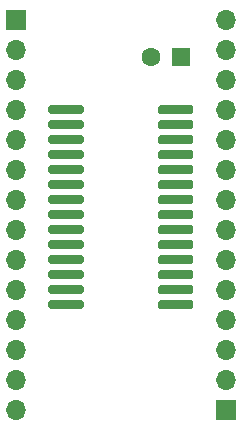
<source format=gbr>
%TF.GenerationSoftware,KiCad,Pcbnew,(5.1.7)-1*%
%TF.CreationDate,2022-07-07T01:38:01-03:00*%
%TF.ProjectId,RAMboard,52414d62-6f61-4726-942e-6b696361645f,rev?*%
%TF.SameCoordinates,Original*%
%TF.FileFunction,Soldermask,Top*%
%TF.FilePolarity,Negative*%
%FSLAX46Y46*%
G04 Gerber Fmt 4.6, Leading zero omitted, Abs format (unit mm)*
G04 Created by KiCad (PCBNEW (5.1.7)-1) date 2022-07-07 01:38:01*
%MOMM*%
%LPD*%
G01*
G04 APERTURE LIST*
%ADD10O,1.700000X1.700000*%
%ADD11R,1.700000X1.700000*%
%ADD12C,1.600000*%
%ADD13R,1.600000X1.600000*%
G04 APERTURE END LIST*
%TO.C,U1*%
G36*
G01*
X39980000Y-33220000D02*
X39980000Y-32820000D01*
G75*
G02*
X40180000Y-32620000I200000J0D01*
G01*
X42780000Y-32620000D01*
G75*
G02*
X42980000Y-32820000I0J-200000D01*
G01*
X42980000Y-33220000D01*
G75*
G02*
X42780000Y-33420000I-200000J0D01*
G01*
X40180000Y-33420000D01*
G75*
G02*
X39980000Y-33220000I0J200000D01*
G01*
G37*
G36*
G01*
X39980000Y-34490000D02*
X39980000Y-34090000D01*
G75*
G02*
X40180000Y-33890000I200000J0D01*
G01*
X42780000Y-33890000D01*
G75*
G02*
X42980000Y-34090000I0J-200000D01*
G01*
X42980000Y-34490000D01*
G75*
G02*
X42780000Y-34690000I-200000J0D01*
G01*
X40180000Y-34690000D01*
G75*
G02*
X39980000Y-34490000I0J200000D01*
G01*
G37*
G36*
G01*
X39980000Y-35760000D02*
X39980000Y-35360000D01*
G75*
G02*
X40180000Y-35160000I200000J0D01*
G01*
X42780000Y-35160000D01*
G75*
G02*
X42980000Y-35360000I0J-200000D01*
G01*
X42980000Y-35760000D01*
G75*
G02*
X42780000Y-35960000I-200000J0D01*
G01*
X40180000Y-35960000D01*
G75*
G02*
X39980000Y-35760000I0J200000D01*
G01*
G37*
G36*
G01*
X39980000Y-37030000D02*
X39980000Y-36630000D01*
G75*
G02*
X40180000Y-36430000I200000J0D01*
G01*
X42780000Y-36430000D01*
G75*
G02*
X42980000Y-36630000I0J-200000D01*
G01*
X42980000Y-37030000D01*
G75*
G02*
X42780000Y-37230000I-200000J0D01*
G01*
X40180000Y-37230000D01*
G75*
G02*
X39980000Y-37030000I0J200000D01*
G01*
G37*
G36*
G01*
X39980000Y-38300000D02*
X39980000Y-37900000D01*
G75*
G02*
X40180000Y-37700000I200000J0D01*
G01*
X42780000Y-37700000D01*
G75*
G02*
X42980000Y-37900000I0J-200000D01*
G01*
X42980000Y-38300000D01*
G75*
G02*
X42780000Y-38500000I-200000J0D01*
G01*
X40180000Y-38500000D01*
G75*
G02*
X39980000Y-38300000I0J200000D01*
G01*
G37*
G36*
G01*
X39980000Y-39570000D02*
X39980000Y-39170000D01*
G75*
G02*
X40180000Y-38970000I200000J0D01*
G01*
X42780000Y-38970000D01*
G75*
G02*
X42980000Y-39170000I0J-200000D01*
G01*
X42980000Y-39570000D01*
G75*
G02*
X42780000Y-39770000I-200000J0D01*
G01*
X40180000Y-39770000D01*
G75*
G02*
X39980000Y-39570000I0J200000D01*
G01*
G37*
G36*
G01*
X39980000Y-40840000D02*
X39980000Y-40440000D01*
G75*
G02*
X40180000Y-40240000I200000J0D01*
G01*
X42780000Y-40240000D01*
G75*
G02*
X42980000Y-40440000I0J-200000D01*
G01*
X42980000Y-40840000D01*
G75*
G02*
X42780000Y-41040000I-200000J0D01*
G01*
X40180000Y-41040000D01*
G75*
G02*
X39980000Y-40840000I0J200000D01*
G01*
G37*
G36*
G01*
X39980000Y-42110000D02*
X39980000Y-41710000D01*
G75*
G02*
X40180000Y-41510000I200000J0D01*
G01*
X42780000Y-41510000D01*
G75*
G02*
X42980000Y-41710000I0J-200000D01*
G01*
X42980000Y-42110000D01*
G75*
G02*
X42780000Y-42310000I-200000J0D01*
G01*
X40180000Y-42310000D01*
G75*
G02*
X39980000Y-42110000I0J200000D01*
G01*
G37*
G36*
G01*
X39980000Y-43380000D02*
X39980000Y-42980000D01*
G75*
G02*
X40180000Y-42780000I200000J0D01*
G01*
X42780000Y-42780000D01*
G75*
G02*
X42980000Y-42980000I0J-200000D01*
G01*
X42980000Y-43380000D01*
G75*
G02*
X42780000Y-43580000I-200000J0D01*
G01*
X40180000Y-43580000D01*
G75*
G02*
X39980000Y-43380000I0J200000D01*
G01*
G37*
G36*
G01*
X39980000Y-44650000D02*
X39980000Y-44250000D01*
G75*
G02*
X40180000Y-44050000I200000J0D01*
G01*
X42780000Y-44050000D01*
G75*
G02*
X42980000Y-44250000I0J-200000D01*
G01*
X42980000Y-44650000D01*
G75*
G02*
X42780000Y-44850000I-200000J0D01*
G01*
X40180000Y-44850000D01*
G75*
G02*
X39980000Y-44650000I0J200000D01*
G01*
G37*
G36*
G01*
X39980000Y-45920000D02*
X39980000Y-45520000D01*
G75*
G02*
X40180000Y-45320000I200000J0D01*
G01*
X42780000Y-45320000D01*
G75*
G02*
X42980000Y-45520000I0J-200000D01*
G01*
X42980000Y-45920000D01*
G75*
G02*
X42780000Y-46120000I-200000J0D01*
G01*
X40180000Y-46120000D01*
G75*
G02*
X39980000Y-45920000I0J200000D01*
G01*
G37*
G36*
G01*
X39980000Y-47190000D02*
X39980000Y-46790000D01*
G75*
G02*
X40180000Y-46590000I200000J0D01*
G01*
X42780000Y-46590000D01*
G75*
G02*
X42980000Y-46790000I0J-200000D01*
G01*
X42980000Y-47190000D01*
G75*
G02*
X42780000Y-47390000I-200000J0D01*
G01*
X40180000Y-47390000D01*
G75*
G02*
X39980000Y-47190000I0J200000D01*
G01*
G37*
G36*
G01*
X39980000Y-48460000D02*
X39980000Y-48060000D01*
G75*
G02*
X40180000Y-47860000I200000J0D01*
G01*
X42780000Y-47860000D01*
G75*
G02*
X42980000Y-48060000I0J-200000D01*
G01*
X42980000Y-48460000D01*
G75*
G02*
X42780000Y-48660000I-200000J0D01*
G01*
X40180000Y-48660000D01*
G75*
G02*
X39980000Y-48460000I0J200000D01*
G01*
G37*
G36*
G01*
X39980000Y-49730000D02*
X39980000Y-49330000D01*
G75*
G02*
X40180000Y-49130000I200000J0D01*
G01*
X42780000Y-49130000D01*
G75*
G02*
X42980000Y-49330000I0J-200000D01*
G01*
X42980000Y-49730000D01*
G75*
G02*
X42780000Y-49930000I-200000J0D01*
G01*
X40180000Y-49930000D01*
G75*
G02*
X39980000Y-49730000I0J200000D01*
G01*
G37*
G36*
G01*
X30680000Y-49730000D02*
X30680000Y-49330000D01*
G75*
G02*
X30880000Y-49130000I200000J0D01*
G01*
X33480000Y-49130000D01*
G75*
G02*
X33680000Y-49330000I0J-200000D01*
G01*
X33680000Y-49730000D01*
G75*
G02*
X33480000Y-49930000I-200000J0D01*
G01*
X30880000Y-49930000D01*
G75*
G02*
X30680000Y-49730000I0J200000D01*
G01*
G37*
G36*
G01*
X30680000Y-48460000D02*
X30680000Y-48060000D01*
G75*
G02*
X30880000Y-47860000I200000J0D01*
G01*
X33480000Y-47860000D01*
G75*
G02*
X33680000Y-48060000I0J-200000D01*
G01*
X33680000Y-48460000D01*
G75*
G02*
X33480000Y-48660000I-200000J0D01*
G01*
X30880000Y-48660000D01*
G75*
G02*
X30680000Y-48460000I0J200000D01*
G01*
G37*
G36*
G01*
X30680000Y-47190000D02*
X30680000Y-46790000D01*
G75*
G02*
X30880000Y-46590000I200000J0D01*
G01*
X33480000Y-46590000D01*
G75*
G02*
X33680000Y-46790000I0J-200000D01*
G01*
X33680000Y-47190000D01*
G75*
G02*
X33480000Y-47390000I-200000J0D01*
G01*
X30880000Y-47390000D01*
G75*
G02*
X30680000Y-47190000I0J200000D01*
G01*
G37*
G36*
G01*
X30680000Y-45920000D02*
X30680000Y-45520000D01*
G75*
G02*
X30880000Y-45320000I200000J0D01*
G01*
X33480000Y-45320000D01*
G75*
G02*
X33680000Y-45520000I0J-200000D01*
G01*
X33680000Y-45920000D01*
G75*
G02*
X33480000Y-46120000I-200000J0D01*
G01*
X30880000Y-46120000D01*
G75*
G02*
X30680000Y-45920000I0J200000D01*
G01*
G37*
G36*
G01*
X30680000Y-44650000D02*
X30680000Y-44250000D01*
G75*
G02*
X30880000Y-44050000I200000J0D01*
G01*
X33480000Y-44050000D01*
G75*
G02*
X33680000Y-44250000I0J-200000D01*
G01*
X33680000Y-44650000D01*
G75*
G02*
X33480000Y-44850000I-200000J0D01*
G01*
X30880000Y-44850000D01*
G75*
G02*
X30680000Y-44650000I0J200000D01*
G01*
G37*
G36*
G01*
X30680000Y-43380000D02*
X30680000Y-42980000D01*
G75*
G02*
X30880000Y-42780000I200000J0D01*
G01*
X33480000Y-42780000D01*
G75*
G02*
X33680000Y-42980000I0J-200000D01*
G01*
X33680000Y-43380000D01*
G75*
G02*
X33480000Y-43580000I-200000J0D01*
G01*
X30880000Y-43580000D01*
G75*
G02*
X30680000Y-43380000I0J200000D01*
G01*
G37*
G36*
G01*
X30680000Y-42110000D02*
X30680000Y-41710000D01*
G75*
G02*
X30880000Y-41510000I200000J0D01*
G01*
X33480000Y-41510000D01*
G75*
G02*
X33680000Y-41710000I0J-200000D01*
G01*
X33680000Y-42110000D01*
G75*
G02*
X33480000Y-42310000I-200000J0D01*
G01*
X30880000Y-42310000D01*
G75*
G02*
X30680000Y-42110000I0J200000D01*
G01*
G37*
G36*
G01*
X30680000Y-40840000D02*
X30680000Y-40440000D01*
G75*
G02*
X30880000Y-40240000I200000J0D01*
G01*
X33480000Y-40240000D01*
G75*
G02*
X33680000Y-40440000I0J-200000D01*
G01*
X33680000Y-40840000D01*
G75*
G02*
X33480000Y-41040000I-200000J0D01*
G01*
X30880000Y-41040000D01*
G75*
G02*
X30680000Y-40840000I0J200000D01*
G01*
G37*
G36*
G01*
X30680000Y-39570000D02*
X30680000Y-39170000D01*
G75*
G02*
X30880000Y-38970000I200000J0D01*
G01*
X33480000Y-38970000D01*
G75*
G02*
X33680000Y-39170000I0J-200000D01*
G01*
X33680000Y-39570000D01*
G75*
G02*
X33480000Y-39770000I-200000J0D01*
G01*
X30880000Y-39770000D01*
G75*
G02*
X30680000Y-39570000I0J200000D01*
G01*
G37*
G36*
G01*
X30680000Y-38300000D02*
X30680000Y-37900000D01*
G75*
G02*
X30880000Y-37700000I200000J0D01*
G01*
X33480000Y-37700000D01*
G75*
G02*
X33680000Y-37900000I0J-200000D01*
G01*
X33680000Y-38300000D01*
G75*
G02*
X33480000Y-38500000I-200000J0D01*
G01*
X30880000Y-38500000D01*
G75*
G02*
X30680000Y-38300000I0J200000D01*
G01*
G37*
G36*
G01*
X30680000Y-37030000D02*
X30680000Y-36630000D01*
G75*
G02*
X30880000Y-36430000I200000J0D01*
G01*
X33480000Y-36430000D01*
G75*
G02*
X33680000Y-36630000I0J-200000D01*
G01*
X33680000Y-37030000D01*
G75*
G02*
X33480000Y-37230000I-200000J0D01*
G01*
X30880000Y-37230000D01*
G75*
G02*
X30680000Y-37030000I0J200000D01*
G01*
G37*
G36*
G01*
X30680000Y-35760000D02*
X30680000Y-35360000D01*
G75*
G02*
X30880000Y-35160000I200000J0D01*
G01*
X33480000Y-35160000D01*
G75*
G02*
X33680000Y-35360000I0J-200000D01*
G01*
X33680000Y-35760000D01*
G75*
G02*
X33480000Y-35960000I-200000J0D01*
G01*
X30880000Y-35960000D01*
G75*
G02*
X30680000Y-35760000I0J200000D01*
G01*
G37*
G36*
G01*
X30680000Y-34490000D02*
X30680000Y-34090000D01*
G75*
G02*
X30880000Y-33890000I200000J0D01*
G01*
X33480000Y-33890000D01*
G75*
G02*
X33680000Y-34090000I0J-200000D01*
G01*
X33680000Y-34490000D01*
G75*
G02*
X33480000Y-34690000I-200000J0D01*
G01*
X30880000Y-34690000D01*
G75*
G02*
X30680000Y-34490000I0J200000D01*
G01*
G37*
G36*
G01*
X30680000Y-33220000D02*
X30680000Y-32820000D01*
G75*
G02*
X30880000Y-32620000I200000J0D01*
G01*
X33480000Y-32620000D01*
G75*
G02*
X33680000Y-32820000I0J-200000D01*
G01*
X33680000Y-33220000D01*
G75*
G02*
X33480000Y-33420000I-200000J0D01*
G01*
X30880000Y-33420000D01*
G75*
G02*
X30680000Y-33220000I0J200000D01*
G01*
G37*
%TD*%
D10*
%TO.C,J2*%
X45720000Y-25400000D03*
X45720000Y-27940000D03*
X45720000Y-30480000D03*
X45720000Y-33020000D03*
X45720000Y-35560000D03*
X45720000Y-38100000D03*
X45720000Y-40640000D03*
X45720000Y-43180000D03*
X45720000Y-45720000D03*
X45720000Y-48260000D03*
X45720000Y-50800000D03*
X45720000Y-53340000D03*
X45720000Y-55880000D03*
D11*
X45720000Y-58420000D03*
%TD*%
D10*
%TO.C,J1*%
X27940000Y-58420000D03*
X27940000Y-55880000D03*
X27940000Y-53340000D03*
X27940000Y-50800000D03*
X27940000Y-48260000D03*
X27940000Y-45720000D03*
X27940000Y-43180000D03*
X27940000Y-40640000D03*
X27940000Y-38100000D03*
X27940000Y-35560000D03*
X27940000Y-33020000D03*
X27940000Y-30480000D03*
X27940000Y-27940000D03*
D11*
X27940000Y-25400000D03*
%TD*%
D12*
%TO.C,C1*%
X39410000Y-28575000D03*
D13*
X41910000Y-28575000D03*
%TD*%
M02*

</source>
